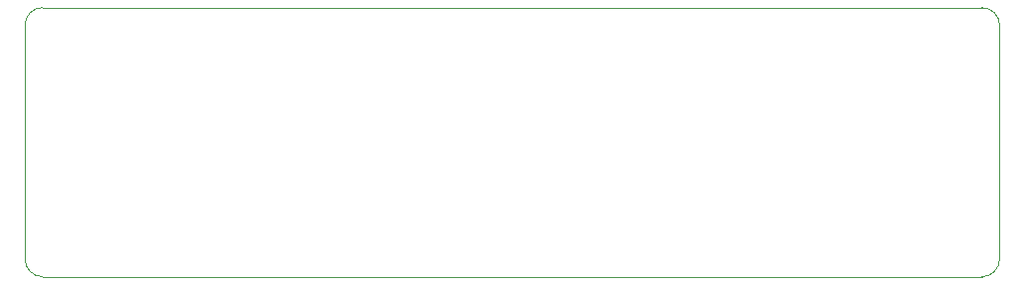
<source format=gm1>
G04 #@! TF.GenerationSoftware,KiCad,Pcbnew,7.0.9-7.0.9~ubuntu22.04.1*
G04 #@! TF.CreationDate,2023-11-24T17:50:00-08:00*
G04 #@! TF.ProjectId,pmod-level-conv-2,706d6f64-2d6c-4657-9665-6c2d636f6e76,rev?*
G04 #@! TF.SameCoordinates,Original*
G04 #@! TF.FileFunction,Profile,NP*
%FSLAX46Y46*%
G04 Gerber Fmt 4.6, Leading zero omitted, Abs format (unit mm)*
G04 Created by KiCad (PCBNEW 7.0.9-7.0.9~ubuntu22.04.1) date 2023-11-24 17:50:00*
%MOMM*%
%LPD*%
G01*
G04 APERTURE LIST*
G04 #@! TA.AperFunction,Profile*
%ADD10C,0.100000*%
G04 #@! TD*
G04 APERTURE END LIST*
D10*
X133250000Y-89750000D02*
X133250000Y-109689340D01*
X133250000Y-89750000D02*
G75*
G03*
X131750000Y-88250000I-1500000J0D01*
G01*
X50250000Y-89750000D02*
X50250000Y-109689340D01*
X50249960Y-109689340D02*
G75*
G03*
X51750000Y-111189340I1500040J40D01*
G01*
X131750000Y-111189300D02*
G75*
G03*
X133250000Y-109689340I0J1500000D01*
G01*
X51750000Y-88250000D02*
G75*
G03*
X50250000Y-89750000I0J-1500000D01*
G01*
X131750000Y-111189340D02*
X51750000Y-111189340D01*
X51750000Y-88250000D02*
X131750000Y-88250000D01*
M02*

</source>
